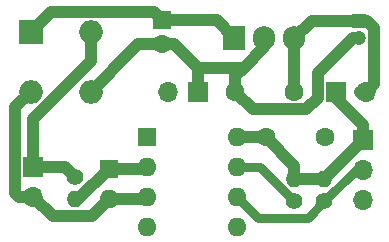
<source format=gtl>
%TF.GenerationSoftware,KiCad,Pcbnew,(6.0.0)*%
%TF.CreationDate,2022-01-15T23:56:29+13:00*%
%TF.ProjectId,DCC_PCB,4443435f-5043-4422-9e6b-696361645f70,rev?*%
%TF.SameCoordinates,Original*%
%TF.FileFunction,Copper,L1,Top*%
%TF.FilePolarity,Positive*%
%FSLAX46Y46*%
G04 Gerber Fmt 4.6, Leading zero omitted, Abs format (unit mm)*
G04 Created by KiCad (PCBNEW (6.0.0)) date 2022-01-15 23:56:29*
%MOMM*%
%LPD*%
G01*
G04 APERTURE LIST*
%TA.AperFunction,ComponentPad*%
%ADD10R,1.700000X1.700000*%
%TD*%
%TA.AperFunction,ComponentPad*%
%ADD11O,1.700000X1.700000*%
%TD*%
%TA.AperFunction,ComponentPad*%
%ADD12C,1.400000*%
%TD*%
%TA.AperFunction,ComponentPad*%
%ADD13O,1.400000X1.400000*%
%TD*%
%TA.AperFunction,ComponentPad*%
%ADD14R,1.200000X1.200000*%
%TD*%
%TA.AperFunction,ComponentPad*%
%ADD15C,1.200000*%
%TD*%
%TA.AperFunction,ComponentPad*%
%ADD16C,1.600000*%
%TD*%
%TA.AperFunction,ComponentPad*%
%ADD17R,1.600000X1.600000*%
%TD*%
%TA.AperFunction,ComponentPad*%
%ADD18O,1.600000X1.600000*%
%TD*%
%TA.AperFunction,ComponentPad*%
%ADD19R,1.905000X2.000000*%
%TD*%
%TA.AperFunction,ComponentPad*%
%ADD20O,1.905000X2.000000*%
%TD*%
%TA.AperFunction,ComponentPad*%
%ADD21R,2.000000X2.000000*%
%TD*%
%TA.AperFunction,ComponentPad*%
%ADD22O,2.000000X2.000000*%
%TD*%
%TA.AperFunction,Conductor*%
%ADD23C,1.000000*%
%TD*%
%TA.AperFunction,Conductor*%
%ADD24C,0.800000*%
%TD*%
G04 APERTURE END LIST*
D10*
%TO.P,J4,1,Pin_1*%
%TO.N,+5V*%
X169672000Y-99568000D03*
D11*
%TO.P,J4,2,Pin_2*%
%TO.N,Net-(C2-Pad1)*%
X172212000Y-99568000D03*
%TD*%
D12*
%TO.P,R2,1*%
%TO.N,Net-(R2-Pad1)*%
X166116000Y-108855000D03*
D13*
%TO.P,R2,2*%
%TO.N,+5V*%
X166116000Y-106955000D03*
%TD*%
D14*
%TO.P,C2,1*%
%TO.N,Net-(C2-Pad1)*%
X171580000Y-93554401D03*
D15*
%TO.P,C2,2*%
%TO.N,Net-(C1-Pad2)*%
X171580000Y-95054401D03*
%TD*%
D16*
%TO.P,C3,1*%
%TO.N,Net-(C2-Pad1)*%
X166116000Y-99568000D03*
%TO.P,C3,2*%
%TO.N,Net-(C1-Pad2)*%
X161116000Y-99568000D03*
%TD*%
D17*
%TO.P,U2,1,NC*%
%TO.N,unconnected-(U2-Pad1)*%
X153670000Y-103388000D03*
D18*
%TO.P,U2,2,A*%
%TO.N,Net-(D2-Pad1)*%
X153670000Y-105928000D03*
%TO.P,U2,3,C*%
%TO.N,TRACK_B*%
X153670000Y-108468000D03*
%TO.P,U2,4*%
%TO.N,N/C*%
X153670000Y-111008000D03*
%TO.P,U2,5,GND*%
%TO.N,GND*%
X161290000Y-111008000D03*
%TO.P,U2,6,VO*%
%TO.N,DCC_DATA*%
X161290000Y-108468000D03*
%TO.P,U2,7,EN*%
%TO.N,Net-(R2-Pad1)*%
X161290000Y-105928000D03*
%TO.P,U2,8,VCC*%
%TO.N,+5V*%
X161290000Y-103388000D03*
%TD*%
D10*
%TO.P,J3,1,Pin_1*%
%TO.N,+5V*%
X171958000Y-103632000D03*
D11*
%TO.P,J3,2,Pin_2*%
%TO.N,DCC_DATA*%
X171958000Y-106172000D03*
%TO.P,J3,3,Pin_3*%
%TO.N,GND*%
X171958000Y-108712000D03*
%TD*%
D16*
%TO.P,C4,1*%
%TO.N,+5V*%
X163720000Y-103438000D03*
%TO.P,C4,2*%
%TO.N,GND*%
X168720000Y-103438000D03*
%TD*%
D17*
%TO.P,D2,1,K*%
%TO.N,Net-(D2-Pad1)*%
X150390000Y-106094686D03*
D18*
%TO.P,D2,2,A*%
%TO.N,TRACK_B*%
X150390000Y-108634686D03*
%TD*%
D19*
%TO.P,U1,1,VI*%
%TO.N,Net-(C1-Pad1)*%
X161036000Y-94996000D03*
D20*
%TO.P,U1,2,GND*%
%TO.N,Net-(C1-Pad2)*%
X163576000Y-94996000D03*
%TO.P,U1,3,VO*%
%TO.N,Net-(C2-Pad1)*%
X166116000Y-94996000D03*
%TD*%
D12*
%TO.P,R1,1*%
%TO.N,TRACK_A*%
X147574000Y-106791000D03*
D13*
%TO.P,R1,2*%
%TO.N,Net-(D2-Pad1)*%
X147574000Y-108691000D03*
%TD*%
D12*
%TO.P,R3,1*%
%TO.N,DCC_DATA*%
X168656000Y-108855000D03*
D13*
%TO.P,R3,2*%
%TO.N,+5V*%
X168656000Y-106955000D03*
%TD*%
D21*
%TO.P,D1,1,+*%
%TO.N,Net-(C1-Pad1)*%
X143787000Y-94483000D03*
D22*
%TO.P,D1,2*%
%TO.N,TRACK_B*%
X143787000Y-99563000D03*
%TO.P,D1,3,-*%
%TO.N,Net-(C1-Pad2)*%
X148867000Y-99563000D03*
%TO.P,D1,4*%
%TO.N,TRACK_A*%
X148867000Y-94483000D03*
%TD*%
D17*
%TO.P,C1,1*%
%TO.N,Net-(C1-Pad1)*%
X154940000Y-93532888D03*
D16*
%TO.P,C1,2*%
%TO.N,Net-(C1-Pad2)*%
X154940000Y-95532888D03*
%TD*%
D10*
%TO.P,J2,1,Pin_1*%
%TO.N,Net-(C1-Pad2)*%
X157988000Y-99568000D03*
D11*
%TO.P,J2,2,Pin_2*%
%TO.N,GND*%
X155448000Y-99568000D03*
%TD*%
D10*
%TO.P,J1,1,Pin_1*%
%TO.N,TRACK_A*%
X144018000Y-105918000D03*
D11*
%TO.P,J1,2,Pin_2*%
%TO.N,TRACK_B*%
X144018000Y-108458000D03*
%TD*%
D23*
%TO.N,Net-(C1-Pad2)*%
X171086577Y-95054401D02*
X171580000Y-95054401D01*
X168122489Y-98018489D02*
X171086577Y-95054401D01*
X168122489Y-100076000D02*
X168122489Y-98018489D01*
X167130978Y-101067511D02*
X168122489Y-100076000D01*
X161116000Y-99568000D02*
X162615511Y-101067511D01*
X162615511Y-101067511D02*
X167130978Y-101067511D01*
%TO.N,+5V*%
X169672000Y-100076000D02*
X169672000Y-99568000D01*
X171958000Y-102362000D02*
X169672000Y-100076000D01*
%TO.N,Net-(C2-Pad1)*%
X172879511Y-94139511D02*
X172879511Y-98900489D01*
X172879511Y-98900489D02*
X172212000Y-99568000D01*
X166116000Y-94996000D02*
X166116000Y-99568000D01*
%TO.N,Net-(C1-Pad2)*%
X161847522Y-97536000D02*
X161116000Y-98267522D01*
X161116000Y-98267522D02*
X161116000Y-99568000D01*
%TO.N,+5V*%
X171958000Y-103632000D02*
X171958000Y-102362000D01*
%TO.N,Net-(C2-Pad1)*%
X172879511Y-94139511D02*
X172294401Y-93554401D01*
X172294401Y-93554401D02*
X171580000Y-93554401D01*
X171958000Y-99822000D02*
X171704000Y-99568000D01*
%TO.N,Net-(C1-Pad2)*%
X163576000Y-95807522D02*
X163576000Y-94996000D01*
X161847522Y-97536000D02*
X163576000Y-95807522D01*
X157988000Y-97536000D02*
X161847522Y-97536000D01*
X155956000Y-95504000D02*
X157988000Y-97536000D01*
X154968888Y-95504000D02*
X155956000Y-95504000D01*
X154940000Y-95532888D02*
X154968888Y-95504000D01*
X157988000Y-97536000D02*
X157988000Y-99568000D01*
%TO.N,Net-(C1-Pad1)*%
X159572888Y-93532888D02*
X161036000Y-94996000D01*
X143787000Y-94483000D02*
X145486511Y-92783489D01*
X154940000Y-93532888D02*
X159572888Y-93532888D01*
X154190601Y-92783489D02*
X154940000Y-93532888D01*
X145486511Y-92783489D02*
X154190601Y-92783489D01*
%TO.N,Net-(C1-Pad2)*%
X148867000Y-99563000D02*
X152400000Y-96030000D01*
X152400000Y-96030000D02*
X152400000Y-96012000D01*
X152400000Y-96012000D02*
X152879112Y-95532888D01*
X152879112Y-95532888D02*
X154940000Y-95532888D01*
%TO.N,+5V*%
X166116000Y-105834000D02*
X163720000Y-103438000D01*
%TO.N,Net-(C2-Pad1)*%
X166116000Y-94996000D02*
X167557599Y-93554401D01*
%TO.N,+5V*%
X161290000Y-103388000D02*
X163670000Y-103388000D01*
X168656000Y-106955000D02*
X166116000Y-106955000D01*
X163670000Y-103388000D02*
X163720000Y-103438000D01*
X171958000Y-103653000D02*
X168656000Y-106955000D01*
X171958000Y-103632000D02*
X171958000Y-103653000D01*
X166116000Y-106955000D02*
X166116000Y-105834000D01*
%TO.N,Net-(C2-Pad1)*%
X167557599Y-93554401D02*
X171580000Y-93554401D01*
%TO.N,TRACK_A*%
X146701000Y-105918000D02*
X147574000Y-106791000D01*
X148867000Y-97005000D02*
X148867000Y-94483000D01*
X144018000Y-101854000D02*
X148867000Y-97005000D01*
X144018000Y-105918000D02*
X144018000Y-101854000D01*
X144018000Y-105918000D02*
X146701000Y-105918000D01*
%TO.N,TRACK_B*%
X142468489Y-100881511D02*
X143787000Y-99563000D01*
X150390000Y-108634686D02*
X153503314Y-108634686D01*
X145650511Y-110090511D02*
X148934175Y-110090511D01*
X148934175Y-110090511D02*
X150390000Y-108634686D01*
X153503314Y-108634686D02*
X153670000Y-108468000D01*
X142468489Y-108110570D02*
X142468489Y-100881511D01*
X142815919Y-108458000D02*
X142468489Y-108110570D01*
X144018000Y-108458000D02*
X142815919Y-108458000D01*
X144018000Y-108458000D02*
X145650511Y-110090511D01*
%TO.N,Net-(D2-Pad1)*%
X153503314Y-106094686D02*
X153670000Y-105928000D01*
X147793686Y-108691000D02*
X150390000Y-106094686D01*
X147574000Y-108691000D02*
X147793686Y-108691000D01*
X150390000Y-106094686D02*
X153503314Y-106094686D01*
D24*
%TO.N,DCC_DATA*%
X163058000Y-110236000D02*
X161290000Y-108468000D01*
X168656000Y-108855000D02*
X167275000Y-110236000D01*
X171958000Y-106172000D02*
X171339000Y-106172000D01*
X171339000Y-106172000D02*
X168656000Y-108855000D01*
X167275000Y-110236000D02*
X163058000Y-110236000D01*
%TO.N,Net-(R2-Pad1)*%
X161290000Y-105928000D02*
X163189000Y-105928000D01*
X163189000Y-105928000D02*
X166116000Y-108855000D01*
%TD*%
M02*

</source>
